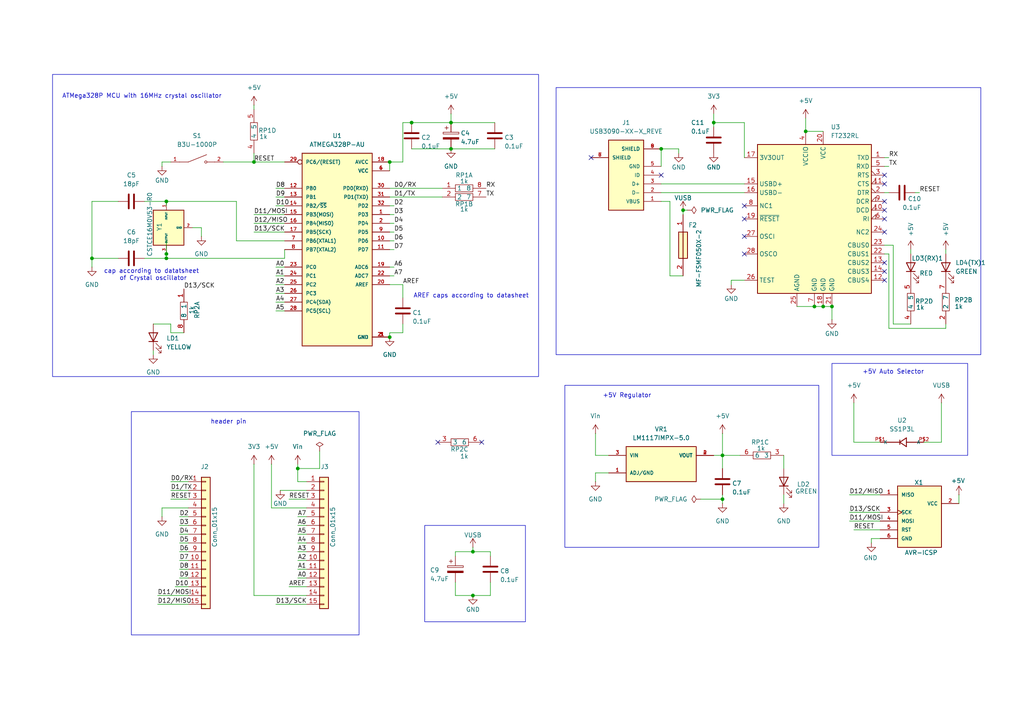
<source format=kicad_sch>
(kicad_sch (version 20231120) (generator "eeschema") (generator_version "8.0")
  (paper "A4")
  (lib_symbols
    (symbol "ATMEGA328P-AU:ATMEGA328P-AU" (pin_names (offset 1.016))
      (property "Reference" "U1" (at 0 33.02 0))
      (property "Value" "ATMEGA328P-AU" (at 0 30.48 0))
      (symbol "ATMEGA328P-AU_0_0"
        (pin bidirectional line (at 15.24 10.16 180) (length 5.08) (name "PD3") (number "1"))
        (pin bidirectional line (at 15.24 2.54 180) (length 5.08) (name "PD6") (number "10"))
        (pin bidirectional line (at 15.24 0 180) (length 5.08) (name "PD7") (number "11"))
        (pin bidirectional line (at -15.24 17.78 0) (length 5.08) (name "PB0") (number "12"))
        (pin bidirectional line (at -15.24 15.24 0) (length 5.08) (name "PB1") (number "13"))
        (pin power_in line (at 15.24 25.4 180) (length 5.08) (name "AVCC") (number "18"))
        (pin bidirectional line (at 15.24 -5.08 180) (length 5.08) (name "ADC6") (number "19"))
        (pin bidirectional line (at 15.24 7.62 180) (length 5.08) (name "PD4") (number "2"))
        (pin input line (at 15.24 -10.16 180) (length 5.08) (name "AREF") (number "20"))
        (pin power_in line (at 15.24 -25.4 180) (length 5.08) (name "GND") (number "21"))
        (pin bidirectional line (at 15.24 -7.62 180) (length 5.08) (name "ADC7") (number "22"))
        (pin bidirectional line (at -15.24 -5.08 0) (length 5.08) (name "PC0") (number "23"))
        (pin bidirectional line (at -15.24 -7.62 0) (length 5.08) (name "PC1") (number "24"))
        (pin bidirectional line (at -15.24 -10.16 0) (length 5.08) (name "PC2") (number "25"))
        (pin bidirectional line (at -15.24 -12.7 0) (length 5.08) (name "PC3") (number "26"))
        (pin power_in line (at 15.24 -25.4 180) (length 5.08) (name "GND") (number "3"))
        (pin bidirectional line (at 15.24 12.7 180) (length 5.08) (name "PD2") (number "32"))
        (pin power_in line (at 15.24 22.86 180) (length 5.08) (name "VCC") (number "4"))
        (pin power_in line (at 15.24 -25.4 180) (length 5.08) (name "GND") (number "5"))
        (pin power_in line (at 15.24 22.86 180) (length 5.08) (name "VCC") (number "6"))
        (pin bidirectional line (at 15.24 5.08 180) (length 5.08) (name "PD5") (number "9"))
      )
      (symbol "ATMEGA328P-AU_1_0"
        (pin bidirectional line (at -15.24 12.7 0) (length 5.08) (name "PB2/~{SS}") (number "14"))
        (pin bidirectional line (at -15.24 10.16 0) (length 5.08) (name "PB3(MOSI)") (number "15"))
        (pin bidirectional line (at -15.24 7.62 0) (length 5.08) (name "PB4(MISO)") (number "16"))
        (pin bidirectional line (at -15.24 5.08 0) (length 5.08) (name "PB5(SCK)") (number "17"))
        (pin bidirectional line (at -15.24 -15.24 0) (length 5.08) (name "PC4(SDA)") (number "27"))
        (pin bidirectional line (at -15.24 -17.78 0) (length 5.08) (name "PC5(SCL)") (number "28"))
        (pin bidirectional inverted (at -15.24 25.4 0) (length 5.08) (name "PC6/(RESET)") (number "29"))
        (pin bidirectional line (at 15.24 17.78 180) (length 5.08) (name "PD0(RXD)") (number "30"))
        (pin bidirectional line (at 15.24 15.24 180) (length 5.08) (name "PD1(TXD)") (number "31"))
        (pin bidirectional line (at -15.24 2.54 0) (length 5.08) (name "PB6(XTAL1)") (number "7"))
        (pin bidirectional line (at -15.24 0 0) (length 5.08) (name "PB7(XTAL2)") (number "8"))
      )
    )
    (symbol "AVR-ICSP:AVR-ICSP" (pin_names (offset 1.016))
      (property "Reference" "X1" (at 2.286 11.176 0))
      (property "Value" "AVR-ICSP" (at -0.508 -9.144 0))
      (symbol "AVR-ICSP_0_0"
        (pin input line (at -7.62 7.62 0) (length 5.08) (name "MISO") (number "1"))
        (pin power_in line (at 15.24 5.08 180) (length 5.08) (name "VCC") (number "2"))
        (pin output clock (at -7.62 2.54 0) (length 5.08) (name "SCK") (number "3"))
        (pin output line (at -7.62 0 0) (length 5.08) (name "MOSI") (number "4"))
        (pin output line (at -7.62 -2.54 0) (length 5.08) (name "RST") (number "5"))
        (pin power_in line (at -7.62 -5.08 0) (length 5.08) (name "GND") (number "6"))
      )
    )
    (symbol "B3U-1000P:B3U-1000P" (pin_names (offset 1.016))
      (property "Reference" "S" (at -2.54 2.54 0))
      (property "Value" "B3U-1000P" (at -2.54 -2.54 0))
      (symbol "B3U-1000P_0_0"
        (pin passive line (at -7.62 0 0) (length 2.54) (name "~") (number "1"))
        (pin passive line (at 7.62 0 180) (length 2.54) (name "~") (number "2"))
      )
    )
    (symbol "CSTCE16M0V53-R0:CSTCE16M0V53-R0"
      (property "Reference" "Y1" (at 9.144 -0.508 0))
      (property "Value" "CSTCE16M0V53-R0" (at 1.778 2.286 0))
      (symbol "CSTCE16M0V53-R0_1_1"
        (pin passive line (at 17.78 -2.54 180) (length 2.54) (name "INPUT") (number "1"))
        (pin passive line (at 10.16 -10.16 90) (length 2.54) (name "GND") (number "2"))
        (pin passive line (at 2.54 -2.54 0) (length 2.54) (name "OUTPUT") (number "3"))
      )
    )
    (symbol "Connector_Generic:Conn_01x15" (pin_names (offset 1.016) hide)
      (property "Reference" "J" (at 0 20.32 0))
      (property "Value" "Conn_01x15" (at 0 -20.32 0))
      (symbol "Conn_01x15_1_1"
        (pin passive line (at -5.08 17.78 0) (length 3.81) (name "Pin_1") (number "1"))
        (pin passive line (at -5.08 -5.08 0) (length 3.81) (name "Pin_10") (number "10"))
        (pin passive line (at -5.08 -7.62 0) (length 3.81) (name "Pin_11") (number "11"))
        (pin passive line (at -5.08 -10.16 0) (length 3.81) (name "Pin_12") (number "12"))
        (pin passive line (at -5.08 -12.7 0) (length 3.81) (name "Pin_13") (number "13"))
        (pin passive line (at -5.08 -15.24 0) (length 3.81) (name "Pin_14") (number "14"))
        (pin passive line (at -5.08 -17.78 0) (length 3.81) (name "Pin_15") (number "15"))
        (pin passive line (at -5.08 15.24 0) (length 3.81) (name "Pin_2") (number "2"))
        (pin passive line (at -5.08 12.7 0) (length 3.81) (name "Pin_3") (number "3"))
        (pin passive line (at -5.08 10.16 0) (length 3.81) (name "Pin_4") (number "4"))
        (pin passive line (at -5.08 7.62 0) (length 3.81) (name "Pin_5") (number "5"))
        (pin passive line (at -5.08 5.08 0) (length 3.81) (name "Pin_6") (number "6"))
        (pin passive line (at -5.08 2.54 0) (length 3.81) (name "Pin_7") (number "7"))
        (pin passive line (at -5.08 0 0) (length 3.81) (name "Pin_8") (number "8"))
        (pin passive line (at -5.08 -2.54 0) (length 3.81) (name "Pin_9") (number "9"))
      )
    )
    (symbol "Device:C" (pin_numbers hide) (pin_names (offset 0.254))
      (property "Reference" "C" (at 0.635 2.54 0))
      (property "Value" "C" (at 0.635 -2.54 0))
      (symbol "C_1_1"
        (pin passive line (at 0 3.81 270) (length 2.794) (name "~") (number "1"))
        (pin passive line (at 0 -3.81 90) (length 2.794) (name "~") (number "2"))
      )
    )
    (symbol "Device:C_Polarized" (pin_numbers hide) (pin_names (offset 0.254))
      (property "Reference" "C" (at 0.635 2.54 0))
      (property "Value" "C_Polarized" (at 0.635 -2.54 0))
      (symbol "C_Polarized_1_1"
        (pin passive line (at 0 3.81 270) (length 2.794) (name "~") (number "1"))
        (pin passive line (at 0 -3.81 90) (length 2.794) (name "~") (number "2"))
      )
    )
    (symbol "Device:LED" (pin_numbers hide) (pin_names (offset 1.016) hide)
      (property "Reference" "D" (at 0 2.54 0))
      (property "Value" "LED" (at 0 -2.54 0))
      (symbol "LED_1_1"
        (pin passive line (at -3.81 0 0) (length 2.54) (name "K") (number "1"))
        (pin passive line (at 3.81 0 180) (length 2.54) (name "A") (number "2"))
      )
    )
    (symbol "Interface_USB:FT232RL"
      (property "Reference" "U3" (at 4.7341 26.67 0))
      (property "Value" "FT232RL" (at 4.7341 24.13 0))
      (symbol "FT232RL_1_1"
        (pin output line (at 20.32 17.78 180) (length 3.81) (name "TXD") (number "1"))
        (pin input input_low (at 20.32 2.54 180) (length 3.81) (name "DCD") (number "10"))
        (pin input input_low (at 20.32 10.16 180) (length 3.81) (name "CTS") (number "11"))
        (pin bidirectional line (at 20.32 -17.78 180) (length 3.81) (name "CBUS4") (number "12"))
        (pin bidirectional line (at 20.32 -12.7 180) (length 3.81) (name "CBUS2") (number "13"))
        (pin bidirectional line (at 20.32 -15.24 180) (length 3.81) (name "CBUS3") (number "14"))
        (pin bidirectional line (at -20.32 10.16 0) (length 3.81) (name "USBD+") (number "15"))
        (pin bidirectional line (at -20.32 7.62 0) (length 3.81) (name "USBD-") (number "16"))
        (pin power_out line (at -20.32 17.78 0) (length 3.81) (name "3V3OUT") (number "17"))
        (pin power_in line (at 2.54 -25.4 90) (length 3.81) (name "GND") (number "18"))
        (pin input line (at -20.32 0 0) (length 3.81) (name "~{RESET}") (number "19"))
        (pin output output_low (at 20.32 7.62 180) (length 3.81) (name "DTR") (number "2"))
        (pin power_in line (at 2.54 25.4 270) (length 3.81) (name "VCC") (number "20"))
        (pin power_in line (at 5.08 -25.4 90) (length 3.81) (name "GND") (number "21"))
        (pin bidirectional line (at 20.32 -10.16 180) (length 3.81) (name "CBUS1") (number "22"))
        (pin bidirectional line (at 20.32 -7.62 180) (length 3.81) (name "CBUS0") (number "23"))
        (pin input line (at 20.32 -3.81 180) (length 3.81) (name "NC2") (number "24"))
        (pin power_in line (at -5.08 -25.4 90) (length 3.81) (name "AGND") (number "25"))
        (pin input line (at -20.32 -17.78 0) (length 3.81) (name "TEST") (number "26"))
        (pin input line (at -20.32 -5.08 0) (length 3.81) (name "OSCI") (number "27"))
        (pin output line (at -20.32 -10.16 0) (length 3.81) (name "OSCO") (number "28"))
        (pin input output_low (at 20.32 12.7 180) (length 3.81) (name "RTS") (number "3"))
        (pin power_in line (at -2.54 25.4 270) (length 3.81) (name "VCCIO") (number "4"))
        (pin input line (at 20.32 15.24 180) (length 3.81) (name "RXD") (number "5"))
        (pin input input_low (at 20.32 0 180) (length 3.81) (name "RI") (number "6"))
        (pin power_in line (at 0 -25.4 90) (length 3.81) (name "GND") (number "7"))
        (pin input line (at -20.32 3.81 0) (length 3.81) (name "NC1") (number "8"))
        (pin input input_low (at 20.32 5.08 180) (length 3.81) (name "DCR") (number "9"))
      )
    )
    (symbol "LM1117IMPX-5.0:LM1117IMPX-5.0" (pin_names (offset 1.016))
      (property "Reference" "VR" (at -10.16 6.35 0))
      (property "Value" "LM1117IMPX-5.0" (at -10.16 -7.62 0))
      (symbol "LM1117IMPX-5.0_0_0"
        (pin input line (at -15.24 -2.54 0) (length 5.08) (name "ADJ/GND") (number "1"))
        (pin output line (at 15.24 2.54 180) (length 5.08) (name "VOUT") (number "2"))
        (pin input line (at -15.24 2.54 0) (length 5.08) (name "VIN") (number "3"))
        (pin output line (at 15.24 2.54 180) (length 5.08) (name "VOUT") (number "4"))
      )
    )
    (symbol "MF-FSMF050X-2:MF-FSMF050X-2" (pin_names hide)
      (property "Reference" "F" (at 13.97 6.35 0))
      (property "Value" "MF-FSMF050X-2" (at 13.97 3.81 0))
      (symbol "MF-FSMF050X-2_1_1"
        (pin passive line (at 0 0 0) (length 5.08) (name "1") (number "1"))
        (pin passive line (at 17.78 0 180) (length 5.08) (name "2") (number "2"))
      )
    )
    (symbol "Resistor_array:4xResistor"
      (property "Reference" "RP*" (at 1.778 1.016 0))
      (symbol "4xResistor_1_1"
        (pin passive line (at -5.08 -1.27 0) (length 3.81) (name "1") (number "1"))
        (pin passive line (at 7.62 -1.27 180) (length 3.81) (name "8") (number "8"))
      )
      (symbol "4xResistor_2_1"
        (pin passive line (at -5.08 -1.27 0) (length 3.81) (name "2") (number "2"))
        (pin passive line (at 7.62 -1.27 180) (length 3.81) (name "7") (number "7"))
      )
      (symbol "4xResistor_3_1"
        (pin passive line (at -5.08 -1.27 0) (length 3.81) (name "3") (number "3"))
        (pin passive line (at 7.62 -1.27 180) (length 3.81) (name "6") (number "6"))
      )
      (symbol "4xResistor_4_1"
        (pin passive line (at -5.08 -1.27 0) (length 3.81) (name "4") (number "4"))
        (pin passive line (at 7.62 -1.27 180) (length 3.81) (name "5") (number "5"))
      )
    )
    (symbol "SS1P3L:SS1P3L" (pin_names (offset 1.016))
      (property "Reference" "U" (at -1.9062 1.9062 0))
      (property "Value" "SS1P3L" (at -1.9077 -3.1795 0))
      (symbol "SS1P3L_0_0"
        (pin bidirectional line (at 7.62 0 180) (length 0) (name "K") (number "P$1"))
        (pin bidirectional line (at -5.08 0 0) (length 0) (name "A") (number "P$2"))
      )
    )
    (symbol "USB3090-XX-X_REVE:USB3090-XX-X_REVE" (pin_names (offset 1.016))
      (property "Reference" "J1" (at 0 -15.24 0))
      (property "Value" "USB3090-XX-X_REVE" (at 0 -12.7 0))
      (symbol "USB3090-XX-X_REVE_0_0"
        (pin power_in line (at -10.16 7.62 0) (length 5.08) (name "VBUS") (number "1"))
        (pin bidirectional line (at -10.16 5.08 0) (length 5.08) (name "D-") (number "2"))
        (pin bidirectional line (at -10.16 2.54 0) (length 5.08) (name "D+") (number "3"))
        (pin bidirectional line (at -10.16 0 0) (length 5.08) (name "ID") (number "4"))
        (pin power_in line (at -10.16 -2.54 0) (length 5.08) (name "GND") (number "5"))
        (pin power_in line (at 10.16 -5.08 180) (length 5.08) (name "SHIELD") (number "6"))
        (pin power_in line (at 10.16 -5.08 180) (length 5.08) (name "SHIELD") (number "7"))
        (pin power_in line (at -10.16 -7.62 0) (length 5.08) (name "SHIELD") (number "8"))
        (pin power_in line (at -10.16 -7.62 0) (length 5.08) (name "SHIELD") (number "9"))
      )
    )
    (symbol "power:+3V3" (power) (pin_numbers hide) (pin_names (offset 0) hide)
      (property "Value" "+3V3" (at 0 3.556 0))
      (symbol "+3V3_1_1"
        (pin power_in line (at 0 0 90) (length 0) (name "~") (number "1"))
      )
    )
    (symbol "power:+5V" (power) (pin_numbers hide) (pin_names (offset 0) hide)
      (property "Value" "+5V" (at 0 3.556 0))
      (symbol "+5V_1_1"
        (pin power_in line (at 0 0 90) (length 0) (name "~") (number "1"))
      )
    )
    (symbol "power:GND" (power) (pin_numbers hide) (pin_names (offset 0) hide)
      (property "Value" "GND" (at 0 -3.81 0))
      (symbol "GND_1_1"
        (pin power_in line (at 0 0 270) (length 0) (name "~") (number "1"))
      )
    )
    (symbol "power:PWR_FLAG" (power) (pin_numbers hide) (pin_names (offset 0) hide)
      (property "Value" "PWR_FLAG" (at 0 3.81 0))
      (symbol "PWR_FLAG_0_0"
        (pin power_out line (at 0 0 90) (length 0) (name "~") (number "1"))
      )
    )
  )
  (junction (at 130.81 35.56))
  (junction (at 137.16 160.02))
  (junction (at 209.55 144.78))
  (junction (at 86.36 135.89))
  (junction (at 26.67 74.93))
  (junction (at 198.12 60.96))
  (junction (at 119.38 35.56))
  (junction (at 48.26 58.42))
  (junction (at 73.66 46.99))
  (junction (at 137.16 172.72))
  (junction (at 236.22 88.9))
  (junction (at 207.01 35.56))
  (junction (at 241.3 88.9))
  (junction (at 238.76 88.9))
  (junction (at 209.55 132.08))
  (junction (at 130.81 43.18))
  (junction (at 48.26 74.93))
  (junction (at 48.26 73.66))
  (junction (at 233.68 38.1))
  (junction (at 113.03 46.99))
  (junction (at 191.77 43.18))
  (junction (at 113.03 97.79))
  (no_connect (at 215.9 59.69))
  (no_connect (at 256.54 78.74))
  (no_connect (at 191.77 50.8))
  (no_connect (at 256.54 63.5))
  (no_connect (at 215.9 63.5))
  (no_connect (at 256.54 60.96))
  (no_connect (at 256.54 76.2))
  (no_connect (at 256.54 67.31))
  (no_connect (at 256.54 58.42))
  (no_connect (at 215.9 73.66))
  (no_connect (at 127 128.27))
  (no_connect (at 256.54 53.34))
  (no_connect (at 256.54 50.8))
  (no_connect (at 139.7 128.27))
  (no_connect (at 171.45 45.72))
  (no_connect (at 256.54 81.28))
  (no_connect (at 215.9 68.58))
  (wire (pts (xy 80.01 54.61) (xy 82.55 54.61)))
  (wire (pts (xy 246.38 151.13) (xy 255.27 151.13)))
  (wire (pts (xy 142.24 172.72) (xy 142.24 168.91)))
  (wire (pts (xy 257.81 73.66) (xy 257.81 95.25)))
  (wire (pts (xy 236.22 88.9) (xy 238.76 88.9)))
  (wire (pts (xy 191.77 43.18) (xy 191.77 48.26)))
  (wire (pts (xy 73.66 44.45) (xy 73.66 46.99)))
  (wire (pts (xy 113.03 82.55) (xy 116.84 82.55)))
  (wire (pts (xy 241.3 88.9) (xy 241.3 92.71)))
  (wire (pts (xy 273.05 116.84) (xy 273.05 128.27)))
  (wire (pts (xy 52.07 152.4) (xy 54.61 152.4)))
  (wire (pts (xy 83.82 170.18) (xy 88.9 170.18)))
  (wire (pts (xy 41.91 58.42) (xy 48.26 58.42)))
  (wire (pts (xy 116.84 35.56) (xy 119.38 35.56)))
  (wire (pts (xy 233.68 34.29) (xy 233.68 38.1)))
  (wire (pts (xy 198.12 60.96) (xy 199.39 60.96)))
  (wire (pts (xy 49.53 96.52) (xy 49.53 93.98)))
  (wire (pts (xy 119.38 35.56) (xy 130.81 35.56)))
  (wire (pts (xy 257.81 95.25) (xy 274.32 95.25)))
  (wire (pts (xy 92.71 135.89) (xy 86.36 135.89)))
  (wire (pts (xy 116.84 96.52) (xy 116.84 93.98)))
  (wire (pts (xy 73.66 46.99) (xy 82.55 46.99)))
  (wire (pts (xy 116.84 46.99) (xy 116.84 35.56)))
  (wire (pts (xy 207.01 33.02) (xy 207.01 35.56)))
  (wire (pts (xy 256.54 71.12) (xy 259.08 71.12)))
  (wire (pts (xy 214.63 132.08) (xy 209.55 132.08)))
  (wire (pts (xy 86.36 139.7) (xy 86.36 135.89)))
  (wire (pts (xy 53.34 96.52) (xy 49.53 96.52)))
  (wire (pts (xy 64.77 46.99) (xy 73.66 46.99)))
  (wire (pts (xy 256.54 48.26) (xy 257.81 48.26)))
  (wire (pts (xy 52.07 167.64) (xy 54.61 167.64)))
  (wire (pts (xy 86.36 160.02) (xy 88.9 160.02)))
  (wire (pts (xy 113.03 67.31) (xy 114.3 67.31)))
  (wire (pts (xy 34.29 58.42) (xy 26.67 58.42)))
  (wire (pts (xy 86.36 157.48) (xy 88.9 157.48)))
  (wire (pts (xy 137.16 160.02) (xy 137.16 158.75)))
  (wire (pts (xy 256.54 55.88) (xy 257.81 55.88)))
  (wire (pts (xy 48.26 74.93) (xy 82.55 74.93)))
  (wire (pts (xy 49.53 144.78) (xy 54.61 144.78)))
  (wire (pts (xy 73.66 64.77) (xy 82.55 64.77)))
  (wire (pts (xy 137.16 160.02) (xy 132.08 160.02)))
  (wire (pts (xy 82.55 69.85) (xy 68.58 69.85)))
  (wire (pts (xy 209.55 132.08) (xy 209.55 135.89)))
  (wire (pts (xy 274.32 73.66) (xy 274.32 72.39)))
  (wire (pts (xy 73.66 62.23) (xy 82.55 62.23)))
  (wire (pts (xy 259.08 71.12) (xy 259.08 93.98)))
  (wire (pts (xy 80.01 90.17) (xy 82.55 90.17)))
  (wire (pts (xy 48.26 74.93) (xy 48.26 73.66)))
  (wire (pts (xy 49.53 142.24) (xy 54.61 142.24)))
  (wire (pts (xy 113.03 62.23) (xy 114.3 62.23)))
  (wire (pts (xy 45.72 172.72) (xy 54.61 172.72)))
  (wire (pts (xy 86.36 149.86) (xy 88.9 149.86)))
  (wire (pts (xy 209.55 125.73) (xy 209.55 132.08)))
  (wire (pts (xy 86.36 165.1) (xy 88.9 165.1)))
  (wire (pts (xy 113.03 59.69) (xy 114.3 59.69)))
  (wire (pts (xy 142.24 160.02) (xy 137.16 160.02)))
  (wire (pts (xy 54.61 147.32) (xy 46.99 147.32)))
  (wire (pts (xy 116.84 82.55) (xy 116.84 86.36)))
  (wire (pts (xy 80.01 59.69) (xy 82.55 59.69)))
  (wire (pts (xy 113.03 72.39) (xy 114.3 72.39)))
  (wire (pts (xy 50.8 170.18) (xy 54.61 170.18)))
  (wire (pts (xy 130.81 33.02) (xy 130.81 35.56)))
  (wire (pts (xy 80.01 80.01) (xy 82.55 80.01)))
  (wire (pts (xy 46.99 147.32) (xy 46.99 149.86)))
  (wire (pts (xy 113.03 96.52) (xy 113.03 97.79)))
  (wire (pts (xy 52.07 162.56) (xy 54.61 162.56)))
  (wire (pts (xy 48.26 69.85) (xy 48.26 73.66)))
  (wire (pts (xy 81.28 142.24) (xy 88.9 142.24)))
  (wire (pts (xy 52.07 149.86) (xy 54.61 149.86)))
  (wire (pts (xy 52.07 165.1) (xy 54.61 165.1)))
  (wire (pts (xy 252.73 156.21) (xy 252.73 157.48)))
  (wire (pts (xy 267.97 128.27) (xy 273.05 128.27)))
  (wire (pts (xy 132.08 168.91) (xy 132.08 172.72)))
  (wire (pts (xy 194.31 80.01) (xy 198.12 80.01)))
  (wire (pts (xy 86.36 154.94) (xy 88.9 154.94)))
  (wire (pts (xy 132.08 160.02) (xy 132.08 161.29)))
  (wire (pts (xy 256.54 45.72) (xy 257.81 45.72)))
  (wire (pts (xy 113.03 69.85) (xy 114.3 69.85)))
  (wire (pts (xy 212.09 81.28) (xy 212.09 82.55)))
  (wire (pts (xy 46.99 46.99) (xy 46.99 48.26)))
  (wire (pts (xy 247.65 153.67) (xy 255.27 153.67)))
  (wire (pts (xy 113.03 46.99) (xy 113.03 49.53)))
  (wire (pts (xy 227.33 143.51) (xy 227.33 146.05)))
  (wire (pts (xy 172.72 125.73) (xy 172.72 132.08)))
  (wire (pts (xy 26.67 74.93) (xy 26.67 77.47)))
  (wire (pts (xy 227.33 132.08) (xy 227.33 135.89)))
  (wire (pts (xy 238.76 88.9) (xy 241.3 88.9)))
  (wire (pts (xy 207.01 35.56) (xy 207.01 36.83)))
  (wire (pts (xy 259.08 93.98) (xy 264.16 93.98)))
  (wire (pts (xy 88.9 139.7) (xy 86.36 139.7)))
  (wire (pts (xy 255.27 156.21) (xy 252.73 156.21)))
  (wire (pts (xy 246.38 148.59) (xy 255.27 148.59)))
  (wire (pts (xy 80.01 82.55) (xy 82.55 82.55)))
  (wire (pts (xy 256.54 73.66) (xy 257.81 73.66)))
  (wire (pts (xy 215.9 45.72) (xy 215.9 35.56)))
  (wire (pts (xy 49.53 139.7) (xy 54.61 139.7)))
  (wire (pts (xy 191.77 55.88) (xy 215.9 55.88)))
  (wire (pts (xy 86.36 162.56) (xy 88.9 162.56)))
  (wire (pts (xy 255.27 128.27) (xy 247.65 128.27)))
  (wire (pts (xy 86.36 152.4) (xy 88.9 152.4)))
  (wire (pts (xy 41.91 74.93) (xy 48.26 74.93)))
  (wire (pts (xy 48.26 59.69) (xy 48.26 58.42)))
  (wire (pts (xy 52.07 154.94) (xy 54.61 154.94)))
  (wire (pts (xy 80.01 57.15) (xy 82.55 57.15)))
  (wire (pts (xy 34.29 74.93) (xy 26.67 74.93)))
  (wire (pts (xy 247.65 116.84) (xy 247.65 128.27)))
  (wire (pts (xy 58.42 66.04) (xy 58.42 68.58)))
  (wire (pts (xy 215.9 35.56) (xy 207.01 35.56)))
  (wire (pts (xy 231.14 88.9) (xy 236.22 88.9)))
  (wire (pts (xy 68.58 69.85) (xy 68.58 58.42)))
  (wire (pts (xy 52.07 157.48) (xy 54.61 157.48)))
  (wire (pts (xy 116.84 96.52) (xy 113.03 96.52)))
  (wire (pts (xy 92.71 130.81) (xy 92.71 135.89)))
  (wire (pts (xy 196.85 44.45) (xy 196.85 43.18)))
  (wire (pts (xy 265.43 55.88) (xy 266.7 55.88)))
  (wire (pts (xy 203.2 144.78) (xy 209.55 144.78)))
  (wire (pts (xy 130.81 43.18) (xy 143.51 43.18)))
  (wire (pts (xy 52.07 160.02) (xy 54.61 160.02)))
  (wire (pts (xy 233.68 38.1) (xy 238.76 38.1)))
  (wire (pts (xy 209.55 144.78) (xy 209.55 146.05)))
  (wire (pts (xy 278.13 143.51) (xy 278.13 146.05)))
  (wire (pts (xy 130.81 35.56) (xy 143.51 35.56)))
  (wire (pts (xy 191.77 53.34) (xy 215.9 53.34)))
  (wire (pts (xy 246.38 143.51) (xy 255.27 143.51)))
  (wire (pts (xy 172.72 132.08) (xy 176.53 132.08)))
  (wire (pts (xy 45.72 175.26) (xy 54.61 175.26)))
  (wire (pts (xy 80.01 77.47) (xy 82.55 77.47)))
  (wire (pts (xy 172.72 137.16) (xy 172.72 139.7)))
  (wire (pts (xy 215.9 81.28) (xy 212.09 81.28)))
  (wire (pts (xy 113.03 80.01) (xy 114.3 80.01)))
  (wire (pts (xy 80.01 87.63) (xy 82.55 87.63)))
  (wire (pts (xy 207.01 132.08) (xy 209.55 132.08)))
  (wire (pts (xy 82.55 74.93) (xy 82.55 72.39)))
  (wire (pts (xy 191.77 43.18) (xy 196.85 43.18)))
  (wire (pts (xy 73.66 30.48) (xy 73.66 31.75)))
  (wire (pts (xy 113.03 54.61) (xy 128.27 54.61)))
  (wire (pts (xy 83.82 144.78) (xy 88.9 144.78)))
  (wire (pts (xy 49.53 46.99) (xy 46.99 46.99)))
  (wire (pts (xy 264.16 72.39) (xy 264.16 73.66)))
  (wire (pts (xy 113.03 57.15) (xy 128.27 57.15)))
  (wire (pts (xy 86.36 135.89) (xy 86.36 134.62)))
  (wire (pts (xy 73.66 67.31) (xy 82.55 67.31)))
  (wire (pts (xy 44.45 102.87) (xy 44.45 101.6)))
  (wire (pts (xy 80.01 175.26) (xy 88.9 175.26)))
  (wire (pts (xy 26.67 58.42) (xy 26.67 74.93)))
  (wire (pts (xy 86.36 167.64) (xy 88.9 167.64)))
  (wire (pts (xy 49.53 93.98) (xy 44.45 93.98)))
  (wire (pts (xy 176.53 137.16) (xy 172.72 137.16)))
  (wire (pts (xy 209.55 143.51) (xy 209.55 144.78)))
  (wire (pts (xy 274.32 95.25) (xy 274.32 93.98)))
  (wire (pts (xy 191.77 58.42) (xy 194.31 58.42)))
  (wire (pts (xy 137.16 172.72) (xy 142.24 172.72)))
  (wire (pts (xy 73.66 172.72) (xy 73.66 134.62)))
  (wire (pts (xy 142.24 161.29) (xy 142.24 160.02)))
  (wire (pts (xy 132.08 172.72) (xy 137.16 172.72)))
  (wire (pts (xy 113.03 77.47) (xy 114.3 77.47)))
  (wire (pts (xy 113.03 46.99) (xy 116.84 46.99)))
  (wire (pts (xy 119.38 43.18) (xy 130.81 43.18)))
  (wire (pts (xy 88.9 172.72) (xy 73.66 172.72)))
  (wire (pts (xy 88.9 147.32) (xy 78.74 147.32)))
  (wire (pts (xy 113.03 64.77) (xy 114.3 64.77)))
  (wire (pts (xy 68.58 58.42) (xy 48.26 58.42)))
  (wire (pts (xy 55.88 66.04) (xy 58.42 66.04)))
  (wire (pts (xy 78.74 147.32) (xy 78.74 134.62)))
  (wire (pts (xy 198.12 60.96) (xy 198.12 62.23)))
  (wire (pts (xy 194.31 58.42) (xy 194.31 80.01)))
  (wire (pts (xy 80.01 85.09) (xy 82.55 85.09)))
  (rectangle (start 163.83 111.76) (end 237.49 158.75))
  (rectangle (start 15.24 21.59) (end 156.21 109.22))
  (rectangle (start 161.29 25.4) (end 284.48 102.87))
  (rectangle (start 123.19 152.4) (end 152.4 180.34))
  (rectangle (start 241.3 105.41) (end 280.67 132.08))
  (rectangle (start 38.1 119.38) (end 104.14 184.15))
  (text "ATMega328P MCU with 16MHz crystal oscillator \n" (at 41.656 27.94 0) (effects (font (size 1.27 1.27))))
  (text "AREF caps according to datasheet\n" (at 136.652 85.852 0) (effects (font (size 1.27 1.27))))
  (text "+5V Auto Selector" (at 259.08 107.95 0) (effects (font (size 1.27 1.27))))
  (text "cap according to datatsheet\n of Crystal oscillator" (at 43.942 79.756 0) (effects (font (size 1.27 1.27))))
  (text "+5V Regulator" (at 181.864 114.808 0) (effects (font (size 1.27 1.27))))
  (text "header pin" (at 66.294 122.428 0) (effects (font (size 1.27 1.27))))
  (label "D13{slash}SCK" (at 246.38 148.59 0))
  (label "TX" (at 257.81 48.26 0))
  (label "D2" (at 114.3 59.69 0))
  (label "D6" (at 52.07 160.02 0))
  (label "D2" (at 52.07 149.86 0))
  (label "D11{slash}MOSI" (at 73.66 62.23 0))
  (label "A0" (at 86.36 167.64 0))
  (label "A4" (at 86.36 157.48 0))
  (label "D0{slash}RX" (at 49.53 139.7 0))
  (label "A3" (at 80.01 85.09 0))
  (label "RESET" (at 83.82 144.78 0))
  (label "D5" (at 52.07 157.48 0))
  (label "D6" (at 114.3 69.85 0))
  (label "A1" (at 86.36 165.1 0))
  (label "D4" (at 52.07 154.94 0))
  (label "D1{slash}TX" (at 49.53 142.24 0))
  (label "D12{slash}MISO" (at 73.66 64.77 0))
  (label "A1" (at 80.01 80.01 0))
  (label "D8" (at 52.07 165.1 0))
  (label "RESET" (at 247.65 153.67 0))
  (label "AREF" (at 116.84 82.55 0))
  (label "D11{slash}MOSI" (at 246.38 151.13 0))
  (label "A6" (at 114.3 77.47 0))
  (label "D13{slash}SCK" (at 73.66 67.31 0))
  (label "TX" (at 140.97 57.15 0))
  (label "D8" (at 80.01 54.61 0))
  (label "D7" (at 114.3 72.39 0))
  (label "A3" (at 86.36 160.02 0))
  (label "A5" (at 86.36 154.94 0))
  (label "D4" (at 114.3 64.77 0))
  (label "RESET" (at 49.53 144.78 0))
  (label "D1{slash}TX" (at 114.3 57.15 0))
  (label "D13{slash}SCK" (at 53.34 83.82 0))
  (label "AREF" (at 83.82 170.18 0))
  (label "D0{slash}RX" (at 114.3 54.61 0))
  (label "A7" (at 114.3 80.01 0))
  (label "A2" (at 86.36 162.56 0))
  (label "RX" (at 140.97 54.61 0))
  (label "D12{slash}MISO" (at 45.72 175.26 0))
  (label "A6" (at 86.36 152.4 0))
  (label "D9" (at 52.07 167.64 0))
  (label "D3" (at 114.3 62.23 0))
  (label "A5" (at 80.01 90.17 0))
  (label "A7" (at 86.36 149.86 0))
  (label "D10" (at 80.01 59.69 0))
  (label "RESET" (at 73.66 46.99 0))
  (label "D9" (at 80.01 57.15 0))
  (label "D5" (at 114.3 67.31 0))
  (label "D3" (at 52.07 152.4 0))
  (label "D7" (at 52.07 162.56 0))
  (label "D13{slash}SCK" (at 80.01 175.26 0))
  (label "D12{slash}MISO" (at 246.38 143.51 0))
  (label "D10" (at 50.8 170.18 0))
  (label "D11{slash}MOSI" (at 45.72 172.72 0))
  (label "RX" (at 257.81 45.72 0))
  (label "A4" (at 80.01 87.63 0))
  (label "A0" (at 80.01 77.47 0))
  (label "A2" (at 80.01 82.55 0))
  (label "RESET" (at 266.7 55.88 0))
  (symbol (lib_id "power:GND") (at 130.81 43.18 0) (unit 1)
    (property "Reference" "#PWR03" (effects (hide yes)))
    (property "Value" "GND" (at 130.81 48.26 0))
    (property "Description" "Power symbol creates a global label with name \"GND\" , ground" (effects (hide yes)))
  )
  (symbol (lib_id "power:GND") (at 209.55 146.05 0) (unit 1)
    (property "Reference" "#PWR09" (effects (hide yes)))
    (property "Value" "GND" (at 209.55 151.13 0))
    (property "Description" "Power symbol creates a global label with name \"GND\" , ground" (effects (hide yes)))
  )
  (symbol (lib_id "SS1P3L:SS1P3L") (at 262.89 128.27 180) (unit 1)
    (property "Reference" "U2" (at 261.62 121.92 0))
    (property "Value" "SS1P3L" (at 261.62 124.46 0))
    (property "Footprint" "SS1P3L:DO220AAL" (effects (hide yes)))
    (property "MF" "Vishay Semiconductor" (effects (hide yes)))
    (property "Description_1" "\nDiode Schottky 30 V 1.5A Surface Mount DO-220AA (SMP)\n" (effects (hide yes)))
    (property "Package" "MicroSMP Vishay General Semiconductor - Diodes Division" (effects (hide yes)))
    (property "Price" "None" (effects (hide yes)))
    (property "SnapEDA_Link" "https://www.snapeda.com/parts/SS1P3L/Vishay+Semiconductor+Diodes+Division/view-part/?ref=snap" (effects (hide yes)))
    (property "MP" "SS1P3L" (effects (hide yes)))
    (property "Purchase-URL" "https://www.snapeda.com/api/url_track_click_mouser/?unipart_id=1273604&manufacturer=Vishay Semiconductor&part_name=SS1P3L&search_term=None" (effects (hide yes)))
    (property "Availability" "Not in stock" (effects (hide yes)))
    (property "Check_prices" "https://www.snapeda.com/parts/SS1P3L/Vishay+Semiconductor+Diodes+Division/view-part/?ref=eda" (effects (hide yes)))
  )
  (symbol (lib_id "Resistor_array:4xResistor") (at 72.39 39.37 90) (unit 4)
    (property "Reference" "RP1" (at 74.93 37.846 90) (effects (justify right)))
    (property "Value" "1k" (at 75.184 39.624 90) (effects (justify right)))
    (property "Footprint" "YC164_JR_071KL:RESCAXE80P320X160X70-8N" (effects (hide yes)))
  )
  (symbol (lib_id "Device:C") (at 209.55 139.7 0) (unit 1)
    (property "Reference" "C7" (at 212.344 140.208 0) (effects (justify left)))
    (property "Value" "0.1uF" (at 212.344 142.748 0) (effects (justify left)))
    (property "Footprint" "cap_0.1uF:CAPC2012X94N" (effects (hide yes)))
    (property "Description" "Unpolarized capacitor" (effects (hide yes)))
  )
  (symbol (lib_id "Device:C") (at 38.1 58.42 90) (unit 1)
    (property "Reference" "C5" (at 38.1 50.8 90))
    (property "Value" "18pF" (at 38.1 53.34 90))
    (property "Footprint" "cap_18pF:C0805" (effects (hide yes)))
    (property "Description" "Unpolarized capacitor" (effects (hide yes)))
  )
  (symbol (lib_id "power:GND") (at 46.99 48.26 0) (unit 1)
    (property "Reference" "#PWR01" (effects (hide yes)))
    (property "Value" "GND" (at 46.99 52.324 0))
    (property "Description" "Power symbol creates a global label with name \"GND\" , ground" (effects (hide yes)))
  )
  (symbol (lib_id "Resistor_array:4xResistor") (at 54.61 88.9 270) (unit 1)
    (property "Reference" "RP2" (at 57.15 89.916 0))
    (property "Value" "1k" (at 55.626 89.916 0))
    (property "Footprint" "YC164_JR_071KL:RESCAXE80P320X160X70-8N" (effects (hide yes)))
  )
  (symbol (lib_id "power:+5V") (at 198.12 60.96 0) (unit 1)
    (property "Reference" "#PWR025" (effects (hide yes)))
    (property "Value" "VUSB" (at 198.12 57.404 0))
    (property "Description" "Power symbol creates a global label with name \"+5V\"" (effects (hide yes)))
  )
  (symbol (lib_id "power:GND") (at 196.85 44.45 0) (unit 1)
    (property "Reference" "#PWR024" (effects (hide yes)))
    (property "Value" "GND" (at 196.85 48.514 0))
    (property "Description" "Power symbol creates a global label with name \"GND\" , ground" (effects (hide yes)))
  )
  (symbol (lib_id "power:+5V") (at 73.66 30.48 0) (unit 1)
    (property "Reference" "#PWR02" (effects (hide yes)))
    (property "Value" "+5V" (at 73.66 25.4 0))
    (property "Description" "Power symbol creates a global label with name \"+5V\"" (effects (hide yes)))
  )
  (symbol (lib_id "power:+5V") (at 274.32 72.39 0) (unit 1)
    (property "Reference" "#PWR021" (effects (hide yes)))
    (property "Value" "+5V" (at 274.3199 68.58 90) (effects (justify left)))
    (property "Description" "Power symbol creates a global label with name \"+5V\"" (effects (hide yes)))
  )
  (symbol (lib_id "power:GND") (at 212.09 82.55 0) (unit 1)
    (property "Reference" "#PWR017" (effects (hide yes)))
    (property "Value" "GND" (at 212.09 86.614 0))
    (property "Description" "Power symbol creates a global label with name \"GND\" , ground" (effects (hide yes)))
  )
  (symbol (lib_id "power:GND") (at 113.03 97.79 0) (unit 1)
    (property "Reference" "#PWR05" (effects (hide yes)))
    (property "Value" "GND" (at 113.03 102.87 0))
    (property "Description" "Power symbol creates a global label with name \"GND\" , ground" (effects (hide yes)))
  )
  (symbol (lib_id "Connector_Generic:Conn_01x15") (at 59.69 157.48 0) (unit 1)
    (property "Reference" "J2" (at 58.166 135.382 0) (effects (justify left)))
    (property "Value" "Conn_01x15" (at 62.23 158.7499 90) (effects (justify left)))
    (property "Footprint" "my_Library:header_pin1x15" (effects (hide yes)))
    (property "Description" "Generic connector, single row, 01x15, script generated (kicad-library-utils/schlib/autogen/connector/)" (effects (hide yes)))
  )
  (symbol (lib_id "power:PWR_FLAG") (at 92.71 130.81 0) (unit 1)
    (property "Reference" "#FLG01" (effects (hide yes)))
    (property "Value" "PWR_FLAG" (at 92.71 125.73 0))
    (property "Description" "Special symbol for telling ERC where power comes from" (effects (hide yes)))
  )
  (symbol (lib_id "Device:LED") (at 227.33 139.7 90) (unit 1)
    (property "Reference" "LD2" (at 231.14 140.462 90) (effects (justify right)))
    (property "Value" "GREEN" (at 230.632 142.494 90) (effects (justify right)))
    (property "Footprint" "LED_red:LEDC2012X85N" (effects (hide yes)))
    (property "Description" "Light emitting diode" (effects (hide yes)))
  )
  (symbol (lib_id "power:GND") (at 137.16 172.72 0) (unit 1)
    (property "Reference" "#PWR015" (effects (hide yes)))
    (property "Value" "GND" (at 137.16 176.784 0))
    (property "Description" "Power symbol creates a global label with name \"GND\" , ground" (effects (hide yes)))
  )
  (symbol (lib_id "MF-FSMF050X-2:MF-FSMF050X-2") (at 198.12 62.23 270) (unit 1)
    (property "Reference" "F2" (at 199.644 65.278 90) (effects (justify left)))
    (property "Value" "MF-FSMF050X-2" (at 202.692 66.548 0) (effects (justify left)))
    (property "Footprint" "KiCad:FUSC1608X100N" (effects (hide yes)))
    (property "Description" "0603 PTC Resettable Fuses, 6V, 500mA Bourns 0.5A Surface Mount Resettable Fuse, 6 V" (effects (hide yes)))
    (property "Height" "1" (effects (hide yes)))
    (property "Mouser Part Number" "652-MFFSMF050X-2" (effects (hide yes)))
    (property "Mouser Price/Stock" "https://www.mouser.co.uk/ProductDetail/Bourns/MF-FSMF050X-2?qs=3QkGRBNOvbrZekaW8Gqm4A%3D%3D" (effects (hide yes)))
    (property "Manufacturer_Name" "Bourns" (effects (hide yes)))
    (property "Manufacturer_Part_Number" "MF-FSMF050X-2" (effects (hide yes)))
  )
  (symbol (lib_id "Resistor_array:4xResistor") (at 273.05 88.9 90) (unit 2)
    (property "Reference" "RP2" (at 276.86 86.9949 90) (effects (justify right)))
    (property "Value" "1k" (at 276.86 88.9 90) (effects (justify right)))
    (property "Footprint" "YC164_JR_071KL:RESCAXE80P320X160X70-8N" (effects (hide yes)))
  )
  (symbol (lib_id "power:GND") (at 172.72 139.7 0) (unit 1)
    (property "Reference" "#PWR08" (effects (hide yes)))
    (property "Value" "GND" (at 172.72 144.78 0))
    (property "Description" "Power symbol creates a global label with name \"GND\" , ground" (effects (hide yes)))
  )
  (symbol (lib_id "Device:C") (at 143.51 39.37 0) (unit 1)
    (property "Reference" "C3" (at 146.304 39.878 0) (effects (justify left)))
    (property "Value" "0.1uF" (at 146.304 42.418 0) (effects (justify left)))
    (property "Footprint" "cap_0.1uF:CAPC2012X94N" (effects (hide yes)))
    (property "Description" "Unpolarized capacitor" (effects (hide yes)))
  )
  (symbol (lib_id "Connector_Generic:Conn_01x15") (at 93.98 157.48 0) (unit 1)
    (property "Reference" "J3" (at 92.964 135.382 0) (effects (justify left)))
    (property "Value" "Conn_01x15" (at 96.52 158.7499 90) (effects (justify left)))
    (property "Footprint" "my_Library:header_pin1x15" (effects (hide yes)))
    (property "Description" "Generic connector, single row, 01x15, script generated (kicad-library-utils/schlib/autogen/connector/)" (effects (hide yes)))
  )
  (symbol (lib_id "CSTCE16M0V53-R0:CSTCE16M0V53-R0") (at 45.72 76.2 90) (unit 1)
    (property "Reference" "Y1" (at 46.228 67.056 0) (effects (justify left)))
    (property "Value" "CSTCE16M0V53-R0" (at 43.434 74.422 0) (effects (justify left)))
    (property "Footprint" "crystal_3Terminal:CSTCE16M0V53R0" (effects (hide yes)))
    (property "Datasheet" "https://www.murata.com/en-sg/products/productdetail?partno=CSTCE16M0V53-R0" (effects (hide yes)))
    (property "Description" "CSTCE16M0V53-R0, Ceramic Resonator, 16MHz Expander 15pF, 3-Pin SMT, 3.2 x 1.3 x 0.9mm" (effects (hide yes)))
    (property "Height" "1" (effects (hide yes)))
    (property "Mouser Part Number" "81-CSTCE16M0V53-R0" (effects (hide yes)))
    (property "Mouser Price/Stock" "https://www.mouser.co.uk/ProductDetail/Murata-Electronics/CSTCE16M0V53-R0?qs=HPA2Xx%252BU0WhPWbRcNuzhZw%3D%3D" (effects (hide yes)))
    (property "Manufacturer_Name" "Murata Electronics" (effects (hide yes)))
    (property "Manufacturer_Part_Number" "CSTCE16M0V53-R0" (effects (hide yes)))
  )
  (symbol (lib_id "Device:C") (at 119.38 39.37 0) (unit 1)
    (property "Reference" "C2" (at 122.174 39.878 0) (effects (justify left)))
    (property "Value" "0.1uF" (at 122.174 42.418 0) (effects (justify left)))
    (property "Footprint" "cap_0.1uF:CAPC2012X94N" (effects (hide yes)))
    (property "Description" "Unpolarized capacitor" (effects (hide yes)))
  )
  (symbol (lib_id "USB3090-XX-X_REVE:USB3090-XX-X_REVE") (at 181.61 50.8 180) (unit 1)
    (property "Reference" "J1" (at 181.61 35.56 0))
    (property "Value" "USB3090-XX-X_REVE" (at 181.61 38.1 0))
    (property "Footprint" "USB3090-XX-X_REVE:GCT_USB3090-XX-X_REVE" (effects (hide yes)))
    (property "MF" "Global Connector Technology" (effects (hide yes)))
    (property "Description_1" "\nUSB - micro AB USB 2.0 Receptacle Connector 5 Position Surface Mount, Right Angle; Through Hole, 2.35mm profile, 5 Pins, Horizontal, Bottom mount\n" (effects (hide yes)))
    (property "Package" "None" (effects (hide yes)))
    (property "Price" "None" (effects (hide yes)))
    (property "Check_prices" "https://www.snapeda.com/parts/USB3090-30-A/Global+Connector+Technology/view-part/?ref=eda" (effects (hide yes)))
    (property "SnapEDA_Link" "https://www.snapeda.com/parts/USB3090-30-A/Global+Connector+Technology/view-part/?ref=snap" (effects (hide yes)))
    (property "MP" "USB3090-30-A" (effects (hide yes)))
    (property "Purchase-URL" "https://www.snapeda.com/api/url_track_click_mouser/?unipart_id=281875&manufacturer=Global Connector Technology&part_name=USB3090-30-A&search_term=None" (effects (hide yes)))
    (property "Availability" "In Stock" (effects (hide yes)))
    (property "MANUFACTURER" "GCT" (effects (hide yes)))
  )
  (symbol (lib_id "power:+5V") (at 273.05 116.84 0) (unit 1)
    (property "Reference" "#PWR014" (effects (hide yes)))
    (property "Value" "VUSB" (at 273.05 111.76 0))
    (property "Description" "Power symbol creates a global label with name \"+5V\"" (effects (hide yes)))
  )
  (symbol (lib_id "power:GND") (at 46.99 149.86 0) (unit 1)
    (property "Reference" "#PWR028" (effects (hide yes)))
    (property "Value" "GND" (at 46.99 154.94 0))
    (property "Description" "Power symbol creates a global label with name \"GND\" , ground" (effects (hide yes)))
  )
  (symbol (lib_id "Device:LED") (at 274.32 77.47 90) (unit 1)
    (property "Reference" "LD4(TX)1" (at 277.114 76.2 90) (effects (justify right)))
    (property "Value" "GREEN" (at 277.114 78.74 90) (effects (justify right)))
    (property "Footprint" "LED_green:LEDC2012X50N" (effects (hide yes)))
    (property "Description" "Light emitting diode" (effects (hide yes)))
  )
  (symbol (lib_id "Resistor_array:4xResistor") (at 132.08 127 0) (unit 3)
    (property "Reference" "RP2" (at 135.89 130.302 0) (effects (justify right)))
    (property "Value" "1k" (at 135.89 132.334 0) (effects (justify right)))
    (property "Footprint" "YC164_JR_071KL:RESCAXE80P320X160X70-8N" (effects (hide yes)))
  )
  (symbol (lib_id "Device:C") (at 142.24 165.1 0) (unit 1)
    (property "Reference" "C8" (at 145.034 165.608 0) (effects (justify left)))
    (property "Value" "0.1uF" (at 145.034 168.148 0) (effects (justify left)))
    (property "Footprint" "cap_0.1uF:CAPC2012X94N" (effects (hide yes)))
    (property "Description" "Unpolarized capacitor" (effects (hide yes)))
  )
  (symbol (lib_id "power:+5V") (at 137.16 158.75 0) (unit 1)
    (property "Reference" "#PWR016" (effects (hide yes)))
    (property "Value" "VUSB" (at 137.16 155.194 0))
    (property "Description" "Power symbol creates a global label with name \"+5V\"" (effects (hide yes)))
  )
  (symbol (lib_id "AVR-ICSP:AVR-ICSP") (at 262.89 151.13 0) (unit 1)
    (property "Reference" "X1" (at 265.176 139.954 0) (effects (justify left)))
    (property "Value" "AVR-ICSP" (at 262.382 160.274 0) (effects (justify left)))
    (property "Footprint" "AVR-ICSP:ICSP-2X03-2.54" (effects (hide yes)))
    (property "MF" "Olimex LTD" (effects (hide yes)))
    (property "Description_1" "\n6 - 10 PIN CROSS CONNECTION ADAP\n" (effects (hide yes)))
    (property "Package" "None" (effects (hide yes)))
    (property "Price" "None" (effects (hide yes)))
    (property "SnapEDA_Link" "https://www.snapeda.com/parts/AVR-ICSP/Olimex+LTD/view-part/?ref=snap" (effects (hide yes)))
    (property "MP" "AVR-ICSP" (effects (hide yes)))
    (property "Purchase-URL" "https://www.snapeda.com/api/url_track_click_mouser/?unipart_id=590652&manufacturer=Olimex LTD&part_name=AVR-ICSP&search_term=icsp" (effects (hide yes)))
    (property "Availability" "In Stock" (effects (hide yes)))
    (property "Check_prices" "https://www.snapeda.com/parts/AVR-ICSP/Olimex+LTD/view-part/?ref=eda" (effects (hide yes)))
  )
  (symbol (lib_id "Resistor_array:4xResistor") (at 222.25 133.35 180) (unit 3)
    (property "Reference" "RP1" (at 220.472 128.27 0))
    (property "Value" "1k" (at 220.726 130.048 0))
    (property "Footprint" "YC164_JR_071KL:RESCAXE80P320X160X70-8N" (effects (hide yes)))
  )
  (symbol (lib_id "LM1117IMPX-5.0:LM1117IMPX-5.0") (at 191.77 134.62 0) (unit 1)
    (property "Reference" "VR1" (at 191.77 124.46 0))
    (property "Value" "LM1117IMPX-5.0" (at 191.77 127 0))
    (property "Footprint" "LM1117IMPX-5.0:SOT230P700X180-4N" (effects (hide yes)))
    (property "MF" "Texas Instruments" (effects (hide yes)))
    (property "MAXIMUM_PACKAGE_HEIGHT" "1.80 mm" (effects (hide yes)))
    (property "Package" "SOT-223-4 Texas Instruments" (effects (hide yes)))
    (property "Price" "None" (effects (hide yes)))
    (property "Check_prices" "https://www.snapeda.com/parts/LM1117IMPX-5.0/Texas+Instruments/view-part/?ref=eda" (effects (hide yes)))
    (property "STANDARD" "IPC 7351B" (effects (hide yes)))
    (property "PARTREV" "O" (effects (hide yes)))
    (property "SnapEDA_Link" "https://www.snapeda.com/parts/LM1117IMPX-5.0/Texas+Instruments/view-part/?ref=snap" (effects (hide yes)))
    (property "MP" "LM1117IMPX-5.0" (effects (hide yes)))
    (property "Purchase-URL" "https://www.snapeda.com/api/url_track_click_mouser/?unipart_id=4712658&manufacturer=Texas Instruments&part_name=LM1117IMPX-5.0&search_term=None" (effects (hide yes)))
    (property "Description_1" "\nLinear Voltage Regulator IC Positive Fixed 1 Output 800mA SOT-223-4\n" (effects (hide yes)))
    (property "Availability" "In Stock" (effects (hide yes)))
    (property "MANUFACTURER" "Rochester Electronics/Texas Instruments" (effects (hide yes)))
  )
  (symbol (lib_id "power:GND") (at 207.01 44.45 0) (unit 1)
    (property "Reference" "#PWR022" (effects (hide yes)))
    (property "Value" "GND" (at 207.01 48.514 0))
    (property "Description" "Power symbol creates a global label with name \"GND\" , ground" (effects (hide yes)))
  )
  (symbol (lib_id "Device:LED") (at 264.16 77.47 90) (unit 1)
    (property "Reference" "LD3(RX)1" (at 264.414 74.93 90) (effects (justify right)))
    (property "Value" "RED" (at 266.7 79.248 90) (effects (justify right)))
    (property "Footprint" "LED_red:LEDC2012X85N" (effects (hide yes)))
    (property "Description" "Light emitting diode" (effects (hide yes)))
  )
  (symbol (lib_id "Device:C_Polarized") (at 130.81 39.37 0) (unit 1)
    (property "Reference" "C4" (at 133.604 38.608 0) (effects (justify left)))
    (property "Value" "4.7uF" (at 133.604 41.148 0) (effects (justify left)))
    (property "Footprint" "cap_4.7uF_16V:CAPC1608X90N" (effects (hide yes)))
    (property "Description" "Polarized capacitor" (effects (hide yes)))
  )
  (symbol (lib_id "power:+5V") (at 233.68 34.29 0) (unit 1)
    (property "Reference" "#PWR019" (effects (hide yes)))
    (property "Value" "+5V" (at 233.68 29.21 0))
    (property "Description" "Power symbol creates a global label with name \"+5V\"" (effects (hide yes)))
  )
  (symbol (lib_id "power:GND") (at 44.45 102.87 0) (unit 1)
    (property "Reference" "#PWR07" (effects (hide yes)))
    (property "Value" "GND" (at 44.45 107.95 0))
    (property "Description" "Power symbol creates a global label with name \"GND\" , ground" (effects (hide yes)))
  )
  (symbol (lib_id "B3U-1000P:B3U-1000P") (at 57.15 46.99 0) (unit 1)
    (property "Reference" "S1" (at 57.15 39.37 0))
    (property "Value" "B3U-1000P" (at 57.15 41.91 0))
    (property "Footprint" "B3U_1000P:SW_B3U-1000P" (effects (hide yes)))
    (property "MF" "Omron" (effects (hide yes)))
    (property "DESCRIPTION" "Tactile Switch SPST-NO Top Actuated Surface Mount" (effects (hide yes)))
    (property "PACKAGE" "None" (effects (hide yes)))
    (property "PRICE" "None" (effects (hide yes)))
    (property "MP" "B3U-1000P" (effects (hide yes)))
    (property "AVAILABILITY" "Unavailable" (effects (hide yes)))
  )
  (symbol (lib_id "power:+5V") (at 130.81 33.02 0) (unit 1)
    (property "Reference" "#PWR04" (effects (hide yes)))
    (property "Value" "+5V" (at 130.81 27.94 0))
    (property "Description" "Power symbol creates a global label with name \"+5V\"" (effects (hide yes)))
  )
  (symbol (lib_id "power:GND") (at 81.28 142.24 0) (unit 1)
    (property "Reference" "#PWR031" (effects (hide yes)))
    (property "Value" "GND" (at 81.28 146.05 0))
    (property "Description" "Power symbol creates a global label with name \"GND\" , ground" (effects (hide yes)))
  )
  (symbol (lib_id "power:+3V3") (at 78.74 134.62 0) (unit 1)
    (property "Reference" "#PWR030" (effects (hide yes)))
    (property "Value" "+5V" (at 78.74 129.54 0))
    (property "Description" "Power symbol creates a global label with name \"+3V3\"" (effects (hide yes)))
  )
  (symbol (lib_id "power:+5V") (at 278.13 143.51 0) (unit 1)
    (property "Reference" "#PWR027" (effects (hide yes)))
    (property "Value" "+5V" (at 277.876 139.446 0))
    (property "Description" "Power symbol creates a global label with name \"+5V\"" (effects (hide yes)))
  )
  (symbol (lib_id "power:GND") (at 26.67 77.47 0) (unit 1)
    (property "Reference" "#PWR06" (effects (hide yes)))
    (property "Value" "GND" (at 26.67 82.55 0))
    (property "Description" "Power symbol creates a global label with name \"GND\" , ground" (effects (hide yes)))
  )
  (symbol (lib_id "power:GND") (at 241.3 92.71 0) (unit 1)
    (property "Reference" "#PWR018" (effects (hide yes)))
    (property "Value" "GND" (at 241.3 96.774 0))
    (property "Description" "Power symbol creates a global label with name \"GND\" , ground" (effects (hide yes)))
  )
  (symbol (lib_id "power:GND") (at 252.73 157.48 0) (unit 1)
    (property "Reference" "#PWR026" (effects (hide yes)))
    (property "Value" "GND" (at 252.476 161.798 0))
    (property "Description" "Power symbol creates a global label with name \"GND\" , ground" (effects (hide yes)))
  )
  (symbol (lib_id "ATMEGA328P-AU:ATMEGA328P-AU") (at 97.79 72.39 0) (unit 1)
    (property "Reference" "U1" (at 97.79 39.37 0))
    (property "Value" "ATMEGA328P-AU" (at 97.79 41.91 0))
    (property "Footprint" "ATMEGA328P-AU:QFP80P900X900X120-32N" (effects (hide yes)))
    (property "Datasheet" "https://ww1.microchip.com/downloads/aemDocuments/documents/MCU08/ProductDocuments/DataSheets/ATmega48A-PA-88A-PA-168A-PA-328-P-DS-DS40002061B.pdf" (effects (hide yes)))
    (property "MF" "Microchip" (effects (hide yes)))
    (property "MAXIMUM_PACKAGE_HEIGHT" "1.20mm" (effects (hide yes)))
    (property "Package" "TQFP-32 Microchip" (effects (hide yes)))
    (property "Price" "None" (effects (hide yes)))
    (property "Check_prices" "https://www.snapeda.com/parts/ATMEGA328P-AU/Microchip/view-part/?ref=eda" (effects (hide yes)))
    (property "STANDARD" "IPC-7351B" (effects (hide yes)))
    (property "PARTREV" "8271A" (effects (hide yes)))
    (property "SnapEDA_Link" "https://www.snapeda.com/parts/ATMEGA328P-AU/Microchip/view-part/?ref=snap" (effects (hide yes)))
    (property "MP" "ATMEGA328P-AU" (effects (hide yes)))
    (property "Purchase-URL" "https://www.snapeda.com/api/url_track_click_mouser/?unipart_id=44280&manufacturer=Microchip&part_name=ATMEGA328P-AU&search_term=None" (effects (hide yes)))
    (property "Description_1" "\nAVR AVR® ATmega Microcontroller IC 8-Bit 20MHz 32KB (16K x 16) FLASH 32-TQFP (7x7)\n" (effects (hide yes)))
    (property "Availability" "In Stock" (effects (hide yes)))
    (property "MANUFACTURER" "Microchip" (effects (hide yes)))
  )
  (symbol (lib_id "Device:C") (at 38.1 74.93 90) (unit 1)
    (property "Reference" "C6" (at 38.1 67.31 90))
    (property "Value" "18pF" (at 38.1 69.85 90))
    (property "Footprint" "cap_18pF:C0805" (effects (hide yes)))
    (property "Description" "Unpolarized capacitor" (effects (hide yes)))
  )
  (symbol (lib_id "Device:C_Polarized") (at 132.08 165.1 0) (unit 1)
    (property "Reference" "C9" (at 124.714 165.354 0) (effects (justify left)))
    (property "Value" "4.7uF" (at 124.714 167.894 0) (effects (justify left)))
    (property "Footprint" "cap_4.7uF_16V:CAPC1608X90N" (effects (hide yes)))
    (property "Description" "Polarized capacitor" (effects (hide yes)))
  )
  (symbol (lib_id "power:+5V") (at 247.65 116.84 0) (unit 1)
    (property "Reference" "#PWR013" (effects (hide yes)))
    (property "Value" "+5V" (at 247.65 111.76 0))
    (property "Description" "Power symbol creates a global label with name \"+5V\"" (effects (hide yes)))
  )
  (symbol (lib_id "power:GND") (at 58.42 68.58 0) (unit 1)
    (property "Reference" "#PWR032" (effects (hide yes)))
    (property "Value" "GND" (at 58.42 73.66 0))
    (property "Description" "Power symbol creates a global label with name \"GND\" , ground" (effects (hide yes)))
  )
  (symbol (lib_id "power:PWR_FLAG") (at 199.39 60.96 270) (unit 1)
    (property "Reference" "#FLG03" (effects (hide yes)))
    (property "Value" "PWR_FLAG" (at 203.2 60.9599 90) (effects (justify left)))
    (property "Description" "Special symbol for telling ERC where power comes from" (effects (hide yes)))
  )
  (symbol (lib_id "power:+3V3") (at 73.66 134.62 0) (unit 1)
    (property "Reference" "#PWR029" (effects (hide yes)))
    (property "Value" "3V3" (at 73.66 129.54 0))
    (property "Description" "Power symbol creates a global label with name \"+3V3\"" (effects (hide yes)))
  )
  (symbol (lib_id "power:+3V3") (at 207.01 33.02 0) (unit 1)
    (property "Reference" "#PWR023" (effects (hide yes)))
    (property "Value" "3V3" (at 207.01 27.94 0))
    (property "Description" "Power symbol creates a global label with name \"+3V3\"" (effects (hide yes)))
  )
  (symbol (lib_id "power:PWR_FLAG") (at 203.2 144.78 90) (unit 1)
    (property "Reference" "#FLG02" (effects (hide yes)))
    (property "Value" "PWR_FLAG" (at 199.39 144.7799 90) (effects (justify left)))
    (property "Description" "Special symbol for telling ERC where power comes from" (effects (hide yes)))
  )
  (symbol (lib_id "Interface_USB:FT232RL") (at 236.22 63.5 0) (unit 1)
    (property "Reference" "U3" (at 240.9541 36.83 0) (effects (justify left)))
    (property "Value" "FT232RL" (at 240.9541 39.37 0) (effects (justify left)))
    (property "Footprint" "Package_SO:SSOP-28_5.3x10.2mm_P0.65mm" (effects (hide yes)))
    (property "Datasheet" "https://www.ftdichip.com/Support/Documents/DataSheets/ICs/DS_FT232R.pdf" (effects (hide yes)))
    (property "Description" "USB to Serial Interface, SSOP-28" (effects (hide yes)))
  )
  (symbol (lib_id "power:+3V3") (at 86.36 134.62 0) (unit 1)
    (property "Reference" "#PWR036" (effects (hide yes)))
    (property "Value" "Vin" (at 86.36 129.54 0))
    (property "Description" "Power symbol creates a global label with name \"+3V3\"" (effects (hide yes)))
  )
  (symbol (lib_id "Device:C") (at 116.84 90.17 0) (unit 1)
    (property "Reference" "C1" (at 119.634 90.678 0) (effects (justify left)))
    (property "Value" "0.1uF" (at 119.634 93.218 0) (effects (justify left)))
    (property "Footprint" "cap_0.1uF:CAPC2012X94N" (effects (hide yes)))
    (property "Description" "Unpolarized capacitor" (effects (hide yes)))
  )
  (symbol (lib_id "Device:LED") (at 44.45 97.79 90) (unit 1)
    (property "Reference" "LD1" (at 48.26 98.1074 90) (effects (justify right)))
    (property "Value" "YELLOW" (at 48.26 100.6474 90) (effects (justify right)))
    (property "Footprint" "LED_orange:LEDC2012X50N" (effects (hide yes)))
    (property "Description" "Light emitting diode" (effects (hide yes)))
  )
  (symbol (lib_id "power:+5V") (at 264.16 72.39 0) (unit 1)
    (property "Reference" "#PWR020" (effects (hide yes)))
    (property "Value" "+5V" (at 264.1599 68.58 90) (effects (justify left)))
    (property "Description" "Power symbol creates a global label with name \"+5V\"" (effects (hide yes)))
  )
  (symbol (lib_id "power:GND") (at 227.33 146.05 0) (unit 1)
    (property "Reference" "#PWR012" (effects (hide yes)))
    (property "Value" "GND" (at 227.33 151.13 0))
    (property "Description" "Power symbol creates a global label with name \"GND\" , ground" (effects (hide yes)))
  )
  (symbol (lib_id "Resistor_array:4xResistor") (at 133.35 55.88 0) (unit 2)
    (property "Reference" "RP1" (at 134.62 59.182 0))
    (property "Value" "1k" (at 134.62 60.706 0))
    (property "Footprint" "YC164_JR_071KL:RESCAXE80P320X160X70-8N" (effects (hide yes)))
  )
  (symbol (lib_id "Resistor_array:4xResistor") (at 262.89 88.9 90) (unit 4)
    (property "Reference" "RP2" (at 265.43 87.376 90) (effects (justify right)))
    (property "Value" "1k" (at 265.684 89.154 90) (effects (justify right)))
    (property "Footprint" "YC164_JR_071KL:RESCAXE80P320X160X70-8N" (effects (hide yes)))
  )
  (symbol (lib_id "Device:C") (at 261.62 55.88 90) (unit 1)
    (property "Reference" "C10" (at 267.208 57.658 90) (effects (justify left)))
    (property "Value" "0.1uF" (at 267.208 60.198 90) (effects (justify left)))
    (property "Footprint" "cap_0.1uF:CAPC2012X94N" (effects (hide yes)))
    (property "Description" "Unpolarized capacitor" (effects (hide yes)))
  )
  (symbol (lib_id "Resistor_array:4xResistor") (at 133.35 53.34 0) (unit 1)
    (property "Reference" "RP1" (at 134.62 50.8 0))
    (property "Value" "1k" (at 134.62 52.578 0))
    (property "Footprint" "YC164_JR_071KL:RESCAXE80P320X160X70-8N" (effects (hide yes)))
  )
  (symbol (lib_id "power:+5V") (at 172.72 125.73 0) (unit 1)
    (property "Reference" "#PWR011" (effects (hide yes)))
    (property "Value" "Vin" (at 172.72 120.65 0))
    (property "Description" "Power symbol creates a global label with name \"+5V\"" (effects (hide yes)))
  )
  (symbol (lib_id "power:+5V") (at 209.55 125.73 0) (unit 1)
    (property "Reference" "#PWR010" (effects (hide yes)))
    (property "Value" "+5V" (at 209.55 120.65 0))
    (property "Description" "Power symbol creates a global label with name \"+5V\"" (effects (hide yes)))
  )
  (symbol (lib_id "Device:C") (at 207.01 40.64 0) (unit 1)
    (property "Reference" "C11" (at 200.406 35.56 0) (effects (justify left)))
    (property "Value" "0.1uF" (at 200.406 38.1 0) (effects (justify left)))
    (property "Footprint" "cap_0.1uF:CAPC2012X94N" (effects (hide yes)))
    (property "Description" "Unpolarized capacitor" (effects (hide yes)))
  )
)
</source>
